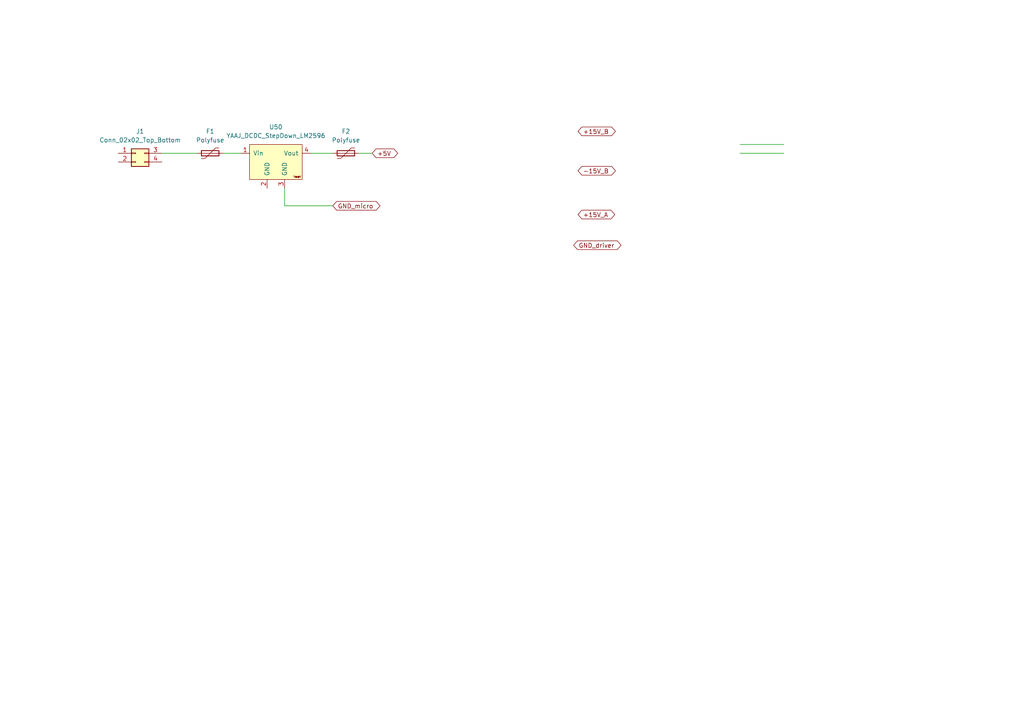
<source format=kicad_sch>
(kicad_sch (version 20231120) (generator "eeschema") (generator_version "8.0")
  (paper "A4")
  (lib_symbols
    (symbol "Connector_Generic:Conn_02x02_Top_Bottom" (pin_names (offset 1.016) hide)
      (property "Reference" "J" (at 1.27 2.54 0))
      (property "Value" "Conn_02x02_Top_Bottom" (at 1.27 -5.08 0))
      (symbol "Conn_02x02_Top_Bottom_1_1"
        (rectangle (start -1.27 -2.413) (end 0 -2.667) (stroke (width 0.1524)))
        (rectangle (start -1.27 0.127) (end 0 -0.127) (stroke (width 0.1524)))
        (rectangle (start -1.27 1.27) (end 3.81 -3.81) (stroke (width 0.254)) (fill (type background)))
        (rectangle (start 3.81 -2.413) (end 2.54 -2.667) (stroke (width 0.1524)))
        (rectangle (start 3.81 0.127) (end 2.54 -0.127) (stroke (width 0.1524)))
        (pin passive line (at -5.08 0 0) (length 3.81) (name "Pin_1") (number "1"))
        (pin passive line (at -5.08 -2.54 0) (length 3.81) (name "Pin_2") (number "2"))
        (pin passive line (at 7.62 0 180) (length 3.81) (name "Pin_3") (number "3"))
        (pin passive line (at 7.62 -2.54 180) (length 3.81) (name "Pin_4") (number "4"))
      )
    )
    (symbol "Device:Polyfuse" (pin_numbers hide) (pin_names (offset 0))
      (property "Reference" "F" (at -2.54 0 90))
      (property "Value" "Polyfuse" (at 2.54 0 90))
      (symbol "Polyfuse_0_1"
        (rectangle (start -0.762 2.54) (end 0.762 -2.54) (stroke (width 0.254)))
        (polyline (pts (xy 0 2.54) (xy 0 -2.54)))
        (polyline (pts (xy -1.524 2.54) (xy -1.524 1.524) (xy 1.524 -1.524) (xy 1.524 -2.54)))
      )
      (symbol "Polyfuse_1_1"
        (pin passive line (at 0 3.81 270) (length 1.27) (name "~") (number "1"))
        (pin passive line (at 0 -3.81 90) (length 1.27) (name "~") (number "2"))
      )
    )
    (symbol "yaaj_dcdc_stepdown_lm2596:YAAJ_DCDC_StepDown_LM2596" (pin_names (offset 1.016))
      (property "Reference" "U" (at -5.08 6.35 0))
      (property "Value" "YAAJ_DCDC_StepDown_LM2596" (at 0 11.43 0))
      (symbol "YAAJ_DCDC_StepDown_LM2596_0_1"
        (rectangle (start -7.62 5.08) (end 7.62 -5.08) (fill (type background)))
      )
      (symbol "YAAJ_DCDC_StepDown_LM2596_1_1"
        (text "Y@@V" (at 6.1976 -4.2672 0) (effects (font (size 0.508 0.508))))
        (pin power_in line (at -10.16 2.54 0) (length 2.54) (name "Vin") (number "1"))
        (pin power_in line (at -2.54 -7.62 90) (length 2.54) (name "GND") (number "2"))
        (pin power_in line (at 2.54 -7.62 90) (length 2.54) (name "GND") (number "3"))
        (pin power_out line (at 10.16 2.54 180) (length 2.54) (name "Vout") (number "4"))
      )
    )
  )
  (wire (pts (xy 64.77 44.45) (xy 69.85 44.45)))
  (wire (pts (xy 214.63 44.45) (xy 227.33 44.45)))
  (wire (pts (xy 96.52 59.69) (xy 82.55 59.69)))
  (wire (pts (xy 46.99 44.45) (xy 57.15 44.45)))
  (wire (pts (xy 96.52 44.45) (xy 90.17 44.45)))
  (wire (pts (xy 82.55 59.69) (xy 82.55 54.61)))
  (wire (pts (xy 214.63 41.91) (xy 227.33 41.91)))
  (wire (pts (xy 107.95 44.45) (xy 104.14 44.45)))
  (global_label "GND_driver" (shape bidirectional) (at 166.37 71.12 0) (property "Intersheetrefs" "${INTERSHEET_REFS}" (effects (hide yes))))
  (global_label "+5V" (shape bidirectional) (at 107.95 44.45 0) (property "Intersheetrefs" "${INTERSHEET_REFS}" (effects (hide yes))))
  (global_label "GND_micro" (shape bidirectional) (at 96.52 59.69 0) (property "Intersheetrefs" "${INTERSHEET_REFS}" (effects (hide yes))))
  (global_label "-15V_B" (shape bidirectional) (at 167.64 49.53 0) (property "Intersheetrefs" "${INTERSHEET_REFS}" (effects (hide yes))))
  (global_label "+15V_A" (shape bidirectional) (at 167.64 62.23 0) (property "Intersheetrefs" "${INTERSHEET_REFS}" (effects (hide yes))))
  (global_label "+15V_B" (shape bidirectional) (at 167.64 38.1 0) (property "Intersheetrefs" "${INTERSHEET_REFS}" (effects (hide yes))))
  (symbol (lib_id "Device:Polyfuse") (at 60.96 44.45 90) (unit 1)
    (property "Reference" "F1" (at 60.96 38.1 90))
    (property "Value" "Polyfuse" (at 60.96 40.64 90))
    (property "Description" "Resettable fuse, polymeric positive temperature coefficient" (effects (hide yes)))
  )
  (symbol (lib_id "Device:Polyfuse") (at 100.33 44.45 90) (unit 1)
    (property "Reference" "F2" (at 100.33 38.1 90))
    (property "Value" "Polyfuse" (at 100.33 40.64 90))
    (property "Description" "Resettable fuse, polymeric positive temperature coefficient" (effects (hide yes)))
  )
  (symbol (lib_id "Connector_Generic:Conn_02x02_Top_Bottom") (at 39.37 44.45 0) (unit 1)
    (property "Reference" "J1" (at 40.64 38.1 0))
    (property "Value" "Conn_02x02_Top_Bottom" (at 40.64 40.64 0))
    (property "Description" "Generic connector, double row, 02x02, top/bottom pin numbering scheme (row 1: 1...pins_per_row, row2: pins_per_row+1 ... num_pins), script generated (kicad-library-utils/schlib/autogen/connector/)" (effects (hide yes)))
  )
  (symbol (lib_id "yaaj_dcdc_stepdown_lm2596:YAAJ_DCDC_StepDown_LM2596") (at 80.01 46.99 0) (unit 1)
    (property "Reference" "U50" (at 80.01 36.83 0))
    (property "Value" "YAAJ_DCDC_StepDown_LM2596" (at 80.01 39.37 0))
    (property "Description" "module : adjustable step down module 3.2V-40V to 1.25V-35V 3A" (effects (hide yes)))
  )
)
</source>
